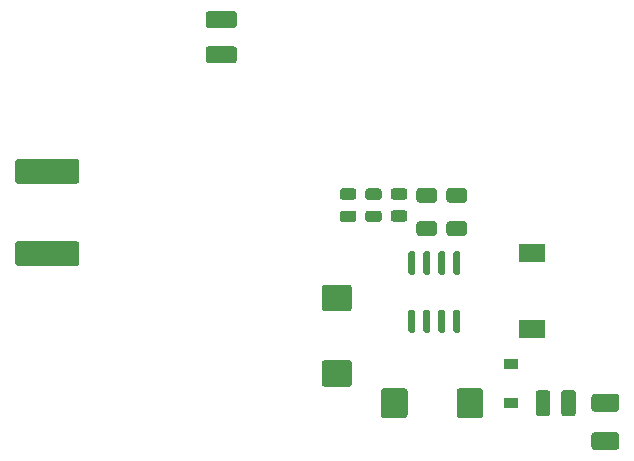
<source format=gtp>
G04 #@! TF.GenerationSoftware,KiCad,Pcbnew,5.1.6+dfsg1-1~bpo9+1*
G04 #@! TF.CreationDate,2022-04-04T20:28:32+02:00*
G04 #@! TF.ProjectId,sdrtr-power,73647274-722d-4706-9f77-65722e6b6963,rev?*
G04 #@! TF.SameCoordinates,Original*
G04 #@! TF.FileFunction,Paste,Top*
G04 #@! TF.FilePolarity,Positive*
%FSLAX46Y46*%
G04 Gerber Fmt 4.6, Leading zero omitted, Abs format (unit mm)*
G04 Created by KiCad (PCBNEW 5.1.6+dfsg1-1~bpo9+1) date 2022-04-04 20:28:32*
%MOMM*%
%LPD*%
G01*
G04 APERTURE LIST*
%ADD10R,2.200000X1.500000*%
%ADD11R,1.200000X0.900000*%
G04 APERTURE END LIST*
G36*
G01*
X127980000Y-79043500D02*
X129830000Y-79043500D01*
G75*
G02*
X130080000Y-79293500I0J-250000D01*
G01*
X130080000Y-80293500D01*
G75*
G02*
X129830000Y-80543500I-250000J0D01*
G01*
X127980000Y-80543500D01*
G75*
G02*
X127730000Y-80293500I0J250000D01*
G01*
X127730000Y-79293500D01*
G75*
G02*
X127980000Y-79043500I250000J0D01*
G01*
G37*
G36*
G01*
X127980000Y-75793500D02*
X129830000Y-75793500D01*
G75*
G02*
X130080000Y-76043500I0J-250000D01*
G01*
X130080000Y-77043500D01*
G75*
G02*
X129830000Y-77293500I-250000J0D01*
G01*
X127980000Y-77293500D01*
G75*
G02*
X127730000Y-77043500I0J250000D01*
G01*
X127730000Y-76043500D01*
G75*
G02*
X127980000Y-75793500I250000J0D01*
G01*
G37*
G36*
G01*
X112160500Y-75555999D02*
X112160500Y-77606001D01*
G75*
G02*
X111910501Y-77856000I-249999J0D01*
G01*
X110160499Y-77856000D01*
G75*
G02*
X109910500Y-77606001I0J249999D01*
G01*
X109910500Y-75555999D01*
G75*
G02*
X110160499Y-75306000I249999J0D01*
G01*
X111910501Y-75306000D01*
G75*
G02*
X112160500Y-75555999I0J-249999D01*
G01*
G37*
G36*
G01*
X118560500Y-75555999D02*
X118560500Y-77606001D01*
G75*
G02*
X118310501Y-77856000I-249999J0D01*
G01*
X116560499Y-77856000D01*
G75*
G02*
X116310500Y-77606001I0J249999D01*
G01*
X116310500Y-75555999D01*
G75*
G02*
X116560499Y-75306000I249999J0D01*
G01*
X118310501Y-75306000D01*
G75*
G02*
X118560500Y-75555999I0J-249999D01*
G01*
G37*
G36*
G01*
X105146999Y-72941000D02*
X107197001Y-72941000D01*
G75*
G02*
X107447000Y-73190999I0J-249999D01*
G01*
X107447000Y-74941001D01*
G75*
G02*
X107197001Y-75191000I-249999J0D01*
G01*
X105146999Y-75191000D01*
G75*
G02*
X104897000Y-74941001I0J249999D01*
G01*
X104897000Y-73190999D01*
G75*
G02*
X105146999Y-72941000I249999J0D01*
G01*
G37*
G36*
G01*
X105146999Y-66541000D02*
X107197001Y-66541000D01*
G75*
G02*
X107447000Y-66790999I0J-249999D01*
G01*
X107447000Y-68541001D01*
G75*
G02*
X107197001Y-68791000I-249999J0D01*
G01*
X105146999Y-68791000D01*
G75*
G02*
X104897000Y-68541001I0J249999D01*
G01*
X104897000Y-66790999D01*
G75*
G02*
X105146999Y-66541000I249999J0D01*
G01*
G37*
G36*
G01*
X95318000Y-46368000D02*
X97468000Y-46368000D01*
G75*
G02*
X97718000Y-46618000I0J-250000D01*
G01*
X97718000Y-47543000D01*
G75*
G02*
X97468000Y-47793000I-250000J0D01*
G01*
X95318000Y-47793000D01*
G75*
G02*
X95068000Y-47543000I0J250000D01*
G01*
X95068000Y-46618000D01*
G75*
G02*
X95318000Y-46368000I250000J0D01*
G01*
G37*
G36*
G01*
X95318000Y-43393000D02*
X97468000Y-43393000D01*
G75*
G02*
X97718000Y-43643000I0J-250000D01*
G01*
X97718000Y-44568000D01*
G75*
G02*
X97468000Y-44818000I-250000J0D01*
G01*
X95318000Y-44818000D01*
G75*
G02*
X95068000Y-44568000I0J250000D01*
G01*
X95068000Y-43643000D01*
G75*
G02*
X95318000Y-43393000I250000J0D01*
G01*
G37*
G36*
G01*
X79186000Y-62859500D02*
X84136000Y-62859500D01*
G75*
G02*
X84386000Y-63109500I0J-250000D01*
G01*
X84386000Y-64709500D01*
G75*
G02*
X84136000Y-64959500I-250000J0D01*
G01*
X79186000Y-64959500D01*
G75*
G02*
X78936000Y-64709500I0J250000D01*
G01*
X78936000Y-63109500D01*
G75*
G02*
X79186000Y-62859500I250000J0D01*
G01*
G37*
G36*
G01*
X79186000Y-55909500D02*
X84136000Y-55909500D01*
G75*
G02*
X84386000Y-56159500I0J-250000D01*
G01*
X84386000Y-57759500D01*
G75*
G02*
X84136000Y-58009500I-250000J0D01*
G01*
X79186000Y-58009500D01*
G75*
G02*
X78936000Y-57759500I0J250000D01*
G01*
X78936000Y-56159500D01*
G75*
G02*
X79186000Y-55909500I250000J0D01*
G01*
G37*
G36*
G01*
X116182000Y-68683000D02*
X116482000Y-68683000D01*
G75*
G02*
X116632000Y-68833000I0J-150000D01*
G01*
X116632000Y-70483000D01*
G75*
G02*
X116482000Y-70633000I-150000J0D01*
G01*
X116182000Y-70633000D01*
G75*
G02*
X116032000Y-70483000I0J150000D01*
G01*
X116032000Y-68833000D01*
G75*
G02*
X116182000Y-68683000I150000J0D01*
G01*
G37*
G36*
G01*
X114912000Y-68683000D02*
X115212000Y-68683000D01*
G75*
G02*
X115362000Y-68833000I0J-150000D01*
G01*
X115362000Y-70483000D01*
G75*
G02*
X115212000Y-70633000I-150000J0D01*
G01*
X114912000Y-70633000D01*
G75*
G02*
X114762000Y-70483000I0J150000D01*
G01*
X114762000Y-68833000D01*
G75*
G02*
X114912000Y-68683000I150000J0D01*
G01*
G37*
G36*
G01*
X113642000Y-68683000D02*
X113942000Y-68683000D01*
G75*
G02*
X114092000Y-68833000I0J-150000D01*
G01*
X114092000Y-70483000D01*
G75*
G02*
X113942000Y-70633000I-150000J0D01*
G01*
X113642000Y-70633000D01*
G75*
G02*
X113492000Y-70483000I0J150000D01*
G01*
X113492000Y-68833000D01*
G75*
G02*
X113642000Y-68683000I150000J0D01*
G01*
G37*
G36*
G01*
X112372000Y-68683000D02*
X112672000Y-68683000D01*
G75*
G02*
X112822000Y-68833000I0J-150000D01*
G01*
X112822000Y-70483000D01*
G75*
G02*
X112672000Y-70633000I-150000J0D01*
G01*
X112372000Y-70633000D01*
G75*
G02*
X112222000Y-70483000I0J150000D01*
G01*
X112222000Y-68833000D01*
G75*
G02*
X112372000Y-68683000I150000J0D01*
G01*
G37*
G36*
G01*
X112372000Y-63733000D02*
X112672000Y-63733000D01*
G75*
G02*
X112822000Y-63883000I0J-150000D01*
G01*
X112822000Y-65533000D01*
G75*
G02*
X112672000Y-65683000I-150000J0D01*
G01*
X112372000Y-65683000D01*
G75*
G02*
X112222000Y-65533000I0J150000D01*
G01*
X112222000Y-63883000D01*
G75*
G02*
X112372000Y-63733000I150000J0D01*
G01*
G37*
G36*
G01*
X113642000Y-63733000D02*
X113942000Y-63733000D01*
G75*
G02*
X114092000Y-63883000I0J-150000D01*
G01*
X114092000Y-65533000D01*
G75*
G02*
X113942000Y-65683000I-150000J0D01*
G01*
X113642000Y-65683000D01*
G75*
G02*
X113492000Y-65533000I0J150000D01*
G01*
X113492000Y-63883000D01*
G75*
G02*
X113642000Y-63733000I150000J0D01*
G01*
G37*
G36*
G01*
X114912000Y-63733000D02*
X115212000Y-63733000D01*
G75*
G02*
X115362000Y-63883000I0J-150000D01*
G01*
X115362000Y-65533000D01*
G75*
G02*
X115212000Y-65683000I-150000J0D01*
G01*
X114912000Y-65683000D01*
G75*
G02*
X114762000Y-65533000I0J150000D01*
G01*
X114762000Y-63883000D01*
G75*
G02*
X114912000Y-63733000I150000J0D01*
G01*
G37*
G36*
G01*
X116182000Y-63733000D02*
X116482000Y-63733000D01*
G75*
G02*
X116632000Y-63883000I0J-150000D01*
G01*
X116632000Y-65533000D01*
G75*
G02*
X116482000Y-65683000I-150000J0D01*
G01*
X116182000Y-65683000D01*
G75*
G02*
X116032000Y-65533000I0J150000D01*
G01*
X116032000Y-63883000D01*
G75*
G02*
X116182000Y-63733000I150000J0D01*
G01*
G37*
G36*
G01*
X111898750Y-59352000D02*
X110986250Y-59352000D01*
G75*
G02*
X110742500Y-59108250I0J243750D01*
G01*
X110742500Y-58620750D01*
G75*
G02*
X110986250Y-58377000I243750J0D01*
G01*
X111898750Y-58377000D01*
G75*
G02*
X112142500Y-58620750I0J-243750D01*
G01*
X112142500Y-59108250D01*
G75*
G02*
X111898750Y-59352000I-243750J0D01*
G01*
G37*
G36*
G01*
X111898750Y-61227000D02*
X110986250Y-61227000D01*
G75*
G02*
X110742500Y-60983250I0J243750D01*
G01*
X110742500Y-60495750D01*
G75*
G02*
X110986250Y-60252000I243750J0D01*
G01*
X111898750Y-60252000D01*
G75*
G02*
X112142500Y-60495750I0J-243750D01*
G01*
X112142500Y-60983250D01*
G75*
G02*
X111898750Y-61227000I-243750J0D01*
G01*
G37*
G36*
G01*
X125164000Y-77431000D02*
X125164000Y-75731000D01*
G75*
G02*
X125414000Y-75481000I250000J0D01*
G01*
X126164000Y-75481000D01*
G75*
G02*
X126414000Y-75731000I0J-250000D01*
G01*
X126414000Y-77431000D01*
G75*
G02*
X126164000Y-77681000I-250000J0D01*
G01*
X125414000Y-77681000D01*
G75*
G02*
X125164000Y-77431000I0J250000D01*
G01*
G37*
G36*
G01*
X123014000Y-77431000D02*
X123014000Y-75731000D01*
G75*
G02*
X123264000Y-75481000I250000J0D01*
G01*
X124014000Y-75481000D01*
G75*
G02*
X124264000Y-75731000I0J-250000D01*
G01*
X124264000Y-77431000D01*
G75*
G02*
X124014000Y-77681000I-250000J0D01*
G01*
X123264000Y-77681000D01*
G75*
G02*
X123014000Y-77431000I0J250000D01*
G01*
G37*
D10*
X122682000Y-70256000D03*
X122682000Y-63856000D03*
D11*
X120904000Y-73280000D03*
X120904000Y-76580000D03*
G36*
G01*
X114417000Y-59613500D02*
X113167000Y-59613500D01*
G75*
G02*
X112917000Y-59363500I0J250000D01*
G01*
X112917000Y-58613500D01*
G75*
G02*
X113167000Y-58363500I250000J0D01*
G01*
X114417000Y-58363500D01*
G75*
G02*
X114667000Y-58613500I0J-250000D01*
G01*
X114667000Y-59363500D01*
G75*
G02*
X114417000Y-59613500I-250000J0D01*
G01*
G37*
G36*
G01*
X114417000Y-62413500D02*
X113167000Y-62413500D01*
G75*
G02*
X112917000Y-62163500I0J250000D01*
G01*
X112917000Y-61413500D01*
G75*
G02*
X113167000Y-61163500I250000J0D01*
G01*
X114417000Y-61163500D01*
G75*
G02*
X114667000Y-61413500I0J-250000D01*
G01*
X114667000Y-62163500D01*
G75*
G02*
X114417000Y-62413500I-250000J0D01*
G01*
G37*
G36*
G01*
X116957000Y-59613500D02*
X115707000Y-59613500D01*
G75*
G02*
X115457000Y-59363500I0J250000D01*
G01*
X115457000Y-58613500D01*
G75*
G02*
X115707000Y-58363500I250000J0D01*
G01*
X116957000Y-58363500D01*
G75*
G02*
X117207000Y-58613500I0J-250000D01*
G01*
X117207000Y-59363500D01*
G75*
G02*
X116957000Y-59613500I-250000J0D01*
G01*
G37*
G36*
G01*
X116957000Y-62413500D02*
X115707000Y-62413500D01*
G75*
G02*
X115457000Y-62163500I0J250000D01*
G01*
X115457000Y-61413500D01*
G75*
G02*
X115707000Y-61163500I250000J0D01*
G01*
X116957000Y-61163500D01*
G75*
G02*
X117207000Y-61413500I0J-250000D01*
G01*
X117207000Y-62163500D01*
G75*
G02*
X116957000Y-62413500I-250000J0D01*
G01*
G37*
G36*
G01*
X107580750Y-59367000D02*
X106668250Y-59367000D01*
G75*
G02*
X106424500Y-59123250I0J243750D01*
G01*
X106424500Y-58635750D01*
G75*
G02*
X106668250Y-58392000I243750J0D01*
G01*
X107580750Y-58392000D01*
G75*
G02*
X107824500Y-58635750I0J-243750D01*
G01*
X107824500Y-59123250D01*
G75*
G02*
X107580750Y-59367000I-243750J0D01*
G01*
G37*
G36*
G01*
X107580750Y-61242000D02*
X106668250Y-61242000D01*
G75*
G02*
X106424500Y-60998250I0J243750D01*
G01*
X106424500Y-60510750D01*
G75*
G02*
X106668250Y-60267000I243750J0D01*
G01*
X107580750Y-60267000D01*
G75*
G02*
X107824500Y-60510750I0J-243750D01*
G01*
X107824500Y-60998250D01*
G75*
G02*
X107580750Y-61242000I-243750J0D01*
G01*
G37*
G36*
G01*
X109739750Y-59367000D02*
X108827250Y-59367000D01*
G75*
G02*
X108583500Y-59123250I0J243750D01*
G01*
X108583500Y-58635750D01*
G75*
G02*
X108827250Y-58392000I243750J0D01*
G01*
X109739750Y-58392000D01*
G75*
G02*
X109983500Y-58635750I0J-243750D01*
G01*
X109983500Y-59123250D01*
G75*
G02*
X109739750Y-59367000I-243750J0D01*
G01*
G37*
G36*
G01*
X109739750Y-61242000D02*
X108827250Y-61242000D01*
G75*
G02*
X108583500Y-60998250I0J243750D01*
G01*
X108583500Y-60510750D01*
G75*
G02*
X108827250Y-60267000I243750J0D01*
G01*
X109739750Y-60267000D01*
G75*
G02*
X109983500Y-60510750I0J-243750D01*
G01*
X109983500Y-60998250D01*
G75*
G02*
X109739750Y-61242000I-243750J0D01*
G01*
G37*
M02*

</source>
